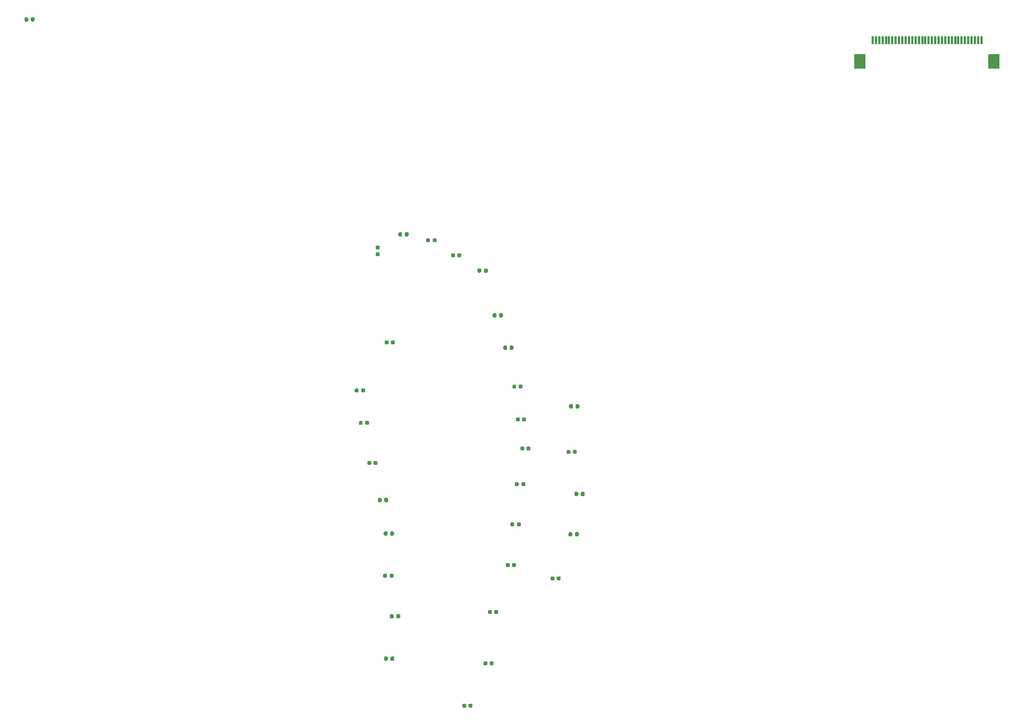
<source format=gbr>
G04 #@! TF.GenerationSoftware,KiCad,Pcbnew,(5.1.8)-1*
G04 #@! TF.CreationDate,2021-03-05T20:40:41-08:00*
G04 #@! TF.ProjectId,anglerfish,616e676c-6572-4666-9973-682e6b696361,rev?*
G04 #@! TF.SameCoordinates,Original*
G04 #@! TF.FileFunction,Paste,Bot*
G04 #@! TF.FilePolarity,Positive*
%FSLAX46Y46*%
G04 Gerber Fmt 4.6, Leading zero omitted, Abs format (unit mm)*
G04 Created by KiCad (PCBNEW (5.1.8)-1) date 2021-03-05 20:40:41*
%MOMM*%
%LPD*%
G01*
G04 APERTURE LIST*
%ADD10R,0.300000X1.300000*%
%ADD11R,1.800000X2.200000*%
G04 APERTURE END LIST*
G36*
G01*
X115290000Y-101872500D02*
X115290000Y-101527500D01*
G75*
G02*
X115437500Y-101380000I147500J0D01*
G01*
X115732500Y-101380000D01*
G75*
G02*
X115880000Y-101527500I0J-147500D01*
G01*
X115880000Y-101872500D01*
G75*
G02*
X115732500Y-102020000I-147500J0D01*
G01*
X115437500Y-102020000D01*
G75*
G02*
X115290000Y-101872500I0J147500D01*
G01*
G37*
G36*
G01*
X114320000Y-101872500D02*
X114320000Y-101527500D01*
G75*
G02*
X114467500Y-101380000I147500J0D01*
G01*
X114762500Y-101380000D01*
G75*
G02*
X114910000Y-101527500I0J-147500D01*
G01*
X114910000Y-101872500D01*
G75*
G02*
X114762500Y-102020000I-147500J0D01*
G01*
X114467500Y-102020000D01*
G75*
G02*
X114320000Y-101872500I0J147500D01*
G01*
G37*
G36*
G01*
X140475000Y-137672500D02*
X140475000Y-137327500D01*
G75*
G02*
X140622500Y-137180000I147500J0D01*
G01*
X140917500Y-137180000D01*
G75*
G02*
X141065000Y-137327500I0J-147500D01*
G01*
X141065000Y-137672500D01*
G75*
G02*
X140917500Y-137820000I-147500J0D01*
G01*
X140622500Y-137820000D01*
G75*
G02*
X140475000Y-137672500I0J147500D01*
G01*
G37*
G36*
G01*
X139505000Y-137672500D02*
X139505000Y-137327500D01*
G75*
G02*
X139652500Y-137180000I147500J0D01*
G01*
X139947500Y-137180000D01*
G75*
G02*
X140095000Y-137327500I0J-147500D01*
G01*
X140095000Y-137672500D01*
G75*
G02*
X139947500Y-137820000I-147500J0D01*
G01*
X139652500Y-137820000D01*
G75*
G02*
X139505000Y-137672500I0J147500D01*
G01*
G37*
G36*
G01*
X143190000Y-130972500D02*
X143190000Y-130627500D01*
G75*
G02*
X143337500Y-130480000I147500J0D01*
G01*
X143632500Y-130480000D01*
G75*
G02*
X143780000Y-130627500I0J-147500D01*
G01*
X143780000Y-130972500D01*
G75*
G02*
X143632500Y-131120000I-147500J0D01*
G01*
X143337500Y-131120000D01*
G75*
G02*
X143190000Y-130972500I0J147500D01*
G01*
G37*
G36*
G01*
X142220000Y-130972500D02*
X142220000Y-130627500D01*
G75*
G02*
X142367500Y-130480000I147500J0D01*
G01*
X142662500Y-130480000D01*
G75*
G02*
X142810000Y-130627500I0J-147500D01*
G01*
X142810000Y-130972500D01*
G75*
G02*
X142662500Y-131120000I-147500J0D01*
G01*
X142367500Y-131120000D01*
G75*
G02*
X142220000Y-130972500I0J147500D01*
G01*
G37*
G36*
G01*
X144090000Y-124872500D02*
X144090000Y-124527500D01*
G75*
G02*
X144237500Y-124380000I147500J0D01*
G01*
X144532500Y-124380000D01*
G75*
G02*
X144680000Y-124527500I0J-147500D01*
G01*
X144680000Y-124872500D01*
G75*
G02*
X144532500Y-125020000I-147500J0D01*
G01*
X144237500Y-125020000D01*
G75*
G02*
X144090000Y-124872500I0J147500D01*
G01*
G37*
G36*
G01*
X143120000Y-124872500D02*
X143120000Y-124527500D01*
G75*
G02*
X143267500Y-124380000I147500J0D01*
G01*
X143562500Y-124380000D01*
G75*
G02*
X143710000Y-124527500I0J-147500D01*
G01*
X143710000Y-124872500D01*
G75*
G02*
X143562500Y-125020000I-147500J0D01*
G01*
X143267500Y-125020000D01*
G75*
G02*
X143120000Y-124872500I0J147500D01*
G01*
G37*
G36*
G01*
X142890000Y-118472500D02*
X142890000Y-118127500D01*
G75*
G02*
X143037500Y-117980000I147500J0D01*
G01*
X143332500Y-117980000D01*
G75*
G02*
X143480000Y-118127500I0J-147500D01*
G01*
X143480000Y-118472500D01*
G75*
G02*
X143332500Y-118620000I-147500J0D01*
G01*
X143037500Y-118620000D01*
G75*
G02*
X142890000Y-118472500I0J147500D01*
G01*
G37*
G36*
G01*
X141920000Y-118472500D02*
X141920000Y-118127500D01*
G75*
G02*
X142067500Y-117980000I147500J0D01*
G01*
X142362500Y-117980000D01*
G75*
G02*
X142510000Y-118127500I0J-147500D01*
G01*
X142510000Y-118472500D01*
G75*
G02*
X142362500Y-118620000I-147500J0D01*
G01*
X142067500Y-118620000D01*
G75*
G02*
X141920000Y-118472500I0J147500D01*
G01*
G37*
G36*
G01*
X143290000Y-111572500D02*
X143290000Y-111227500D01*
G75*
G02*
X143437500Y-111080000I147500J0D01*
G01*
X143732500Y-111080000D01*
G75*
G02*
X143880000Y-111227500I0J-147500D01*
G01*
X143880000Y-111572500D01*
G75*
G02*
X143732500Y-111720000I-147500J0D01*
G01*
X143437500Y-111720000D01*
G75*
G02*
X143290000Y-111572500I0J147500D01*
G01*
G37*
G36*
G01*
X142320000Y-111572500D02*
X142320000Y-111227500D01*
G75*
G02*
X142467500Y-111080000I147500J0D01*
G01*
X142762500Y-111080000D01*
G75*
G02*
X142910000Y-111227500I0J-147500D01*
G01*
X142910000Y-111572500D01*
G75*
G02*
X142762500Y-111720000I-147500J0D01*
G01*
X142467500Y-111720000D01*
G75*
G02*
X142320000Y-111572500I0J147500D01*
G01*
G37*
G36*
G01*
X110790000Y-109172500D02*
X110790000Y-108827500D01*
G75*
G02*
X110937500Y-108680000I147500J0D01*
G01*
X111232500Y-108680000D01*
G75*
G02*
X111380000Y-108827500I0J-147500D01*
G01*
X111380000Y-109172500D01*
G75*
G02*
X111232500Y-109320000I-147500J0D01*
G01*
X110937500Y-109320000D01*
G75*
G02*
X110790000Y-109172500I0J147500D01*
G01*
G37*
G36*
G01*
X109820000Y-109172500D02*
X109820000Y-108827500D01*
G75*
G02*
X109967500Y-108680000I147500J0D01*
G01*
X110262500Y-108680000D01*
G75*
G02*
X110410000Y-108827500I0J-147500D01*
G01*
X110410000Y-109172500D01*
G75*
G02*
X110262500Y-109320000I-147500J0D01*
G01*
X109967500Y-109320000D01*
G75*
G02*
X109820000Y-109172500I0J147500D01*
G01*
G37*
G36*
G01*
X111390000Y-114072500D02*
X111390000Y-113727500D01*
G75*
G02*
X111537500Y-113580000I147500J0D01*
G01*
X111832500Y-113580000D01*
G75*
G02*
X111980000Y-113727500I0J-147500D01*
G01*
X111980000Y-114072500D01*
G75*
G02*
X111832500Y-114220000I-147500J0D01*
G01*
X111537500Y-114220000D01*
G75*
G02*
X111390000Y-114072500I0J147500D01*
G01*
G37*
G36*
G01*
X110420000Y-114072500D02*
X110420000Y-113727500D01*
G75*
G02*
X110567500Y-113580000I147500J0D01*
G01*
X110862500Y-113580000D01*
G75*
G02*
X111010000Y-113727500I0J-147500D01*
G01*
X111010000Y-114072500D01*
G75*
G02*
X110862500Y-114220000I-147500J0D01*
G01*
X110567500Y-114220000D01*
G75*
G02*
X110420000Y-114072500I0J147500D01*
G01*
G37*
G36*
G01*
X112690000Y-120172500D02*
X112690000Y-119827500D01*
G75*
G02*
X112837500Y-119680000I147500J0D01*
G01*
X113132500Y-119680000D01*
G75*
G02*
X113280000Y-119827500I0J-147500D01*
G01*
X113280000Y-120172500D01*
G75*
G02*
X113132500Y-120320000I-147500J0D01*
G01*
X112837500Y-120320000D01*
G75*
G02*
X112690000Y-120172500I0J147500D01*
G01*
G37*
G36*
G01*
X111720000Y-120172500D02*
X111720000Y-119827500D01*
G75*
G02*
X111867500Y-119680000I147500J0D01*
G01*
X112162500Y-119680000D01*
G75*
G02*
X112310000Y-119827500I0J-147500D01*
G01*
X112310000Y-120172500D01*
G75*
G02*
X112162500Y-120320000I-147500J0D01*
G01*
X111867500Y-120320000D01*
G75*
G02*
X111720000Y-120172500I0J147500D01*
G01*
G37*
G36*
G01*
X114290000Y-125772500D02*
X114290000Y-125427500D01*
G75*
G02*
X114437500Y-125280000I147500J0D01*
G01*
X114732500Y-125280000D01*
G75*
G02*
X114880000Y-125427500I0J-147500D01*
G01*
X114880000Y-125772500D01*
G75*
G02*
X114732500Y-125920000I-147500J0D01*
G01*
X114437500Y-125920000D01*
G75*
G02*
X114290000Y-125772500I0J147500D01*
G01*
G37*
G36*
G01*
X113320000Y-125772500D02*
X113320000Y-125427500D01*
G75*
G02*
X113467500Y-125280000I147500J0D01*
G01*
X113762500Y-125280000D01*
G75*
G02*
X113910000Y-125427500I0J-147500D01*
G01*
X113910000Y-125772500D01*
G75*
G02*
X113762500Y-125920000I-147500J0D01*
G01*
X113467500Y-125920000D01*
G75*
G02*
X113320000Y-125772500I0J147500D01*
G01*
G37*
G36*
G01*
X115190000Y-130872500D02*
X115190000Y-130527500D01*
G75*
G02*
X115337500Y-130380000I147500J0D01*
G01*
X115632500Y-130380000D01*
G75*
G02*
X115780000Y-130527500I0J-147500D01*
G01*
X115780000Y-130872500D01*
G75*
G02*
X115632500Y-131020000I-147500J0D01*
G01*
X115337500Y-131020000D01*
G75*
G02*
X115190000Y-130872500I0J147500D01*
G01*
G37*
G36*
G01*
X114220000Y-130872500D02*
X114220000Y-130527500D01*
G75*
G02*
X114367500Y-130380000I147500J0D01*
G01*
X114662500Y-130380000D01*
G75*
G02*
X114810000Y-130527500I0J-147500D01*
G01*
X114810000Y-130872500D01*
G75*
G02*
X114662500Y-131020000I-147500J0D01*
G01*
X114367500Y-131020000D01*
G75*
G02*
X114220000Y-130872500I0J147500D01*
G01*
G37*
G36*
G01*
X115090000Y-137272500D02*
X115090000Y-136927500D01*
G75*
G02*
X115237500Y-136780000I147500J0D01*
G01*
X115532500Y-136780000D01*
G75*
G02*
X115680000Y-136927500I0J-147500D01*
G01*
X115680000Y-137272500D01*
G75*
G02*
X115532500Y-137420000I-147500J0D01*
G01*
X115237500Y-137420000D01*
G75*
G02*
X115090000Y-137272500I0J147500D01*
G01*
G37*
G36*
G01*
X114120000Y-137272500D02*
X114120000Y-136927500D01*
G75*
G02*
X114267500Y-136780000I147500J0D01*
G01*
X114562500Y-136780000D01*
G75*
G02*
X114710000Y-136927500I0J-147500D01*
G01*
X114710000Y-137272500D01*
G75*
G02*
X114562500Y-137420000I-147500J0D01*
G01*
X114267500Y-137420000D01*
G75*
G02*
X114120000Y-137272500I0J147500D01*
G01*
G37*
G36*
G01*
X116100000Y-143422500D02*
X116100000Y-143077500D01*
G75*
G02*
X116247500Y-142930000I147500J0D01*
G01*
X116542500Y-142930000D01*
G75*
G02*
X116690000Y-143077500I0J-147500D01*
G01*
X116690000Y-143422500D01*
G75*
G02*
X116542500Y-143570000I-147500J0D01*
G01*
X116247500Y-143570000D01*
G75*
G02*
X116100000Y-143422500I0J147500D01*
G01*
G37*
G36*
G01*
X115130000Y-143422500D02*
X115130000Y-143077500D01*
G75*
G02*
X115277500Y-142930000I147500J0D01*
G01*
X115572500Y-142930000D01*
G75*
G02*
X115720000Y-143077500I0J-147500D01*
G01*
X115720000Y-143422500D01*
G75*
G02*
X115572500Y-143570000I-147500J0D01*
G01*
X115277500Y-143570000D01*
G75*
G02*
X115130000Y-143422500I0J147500D01*
G01*
G37*
G36*
G01*
X115220000Y-149852500D02*
X115220000Y-149507500D01*
G75*
G02*
X115367500Y-149360000I147500J0D01*
G01*
X115662500Y-149360000D01*
G75*
G02*
X115810000Y-149507500I0J-147500D01*
G01*
X115810000Y-149852500D01*
G75*
G02*
X115662500Y-150000000I-147500J0D01*
G01*
X115367500Y-150000000D01*
G75*
G02*
X115220000Y-149852500I0J147500D01*
G01*
G37*
G36*
G01*
X114250000Y-149852500D02*
X114250000Y-149507500D01*
G75*
G02*
X114397500Y-149360000I147500J0D01*
G01*
X114692500Y-149360000D01*
G75*
G02*
X114840000Y-149507500I0J-147500D01*
G01*
X114840000Y-149852500D01*
G75*
G02*
X114692500Y-150000000I-147500J0D01*
G01*
X114397500Y-150000000D01*
G75*
G02*
X114250000Y-149852500I0J147500D01*
G01*
G37*
G36*
G01*
X127090000Y-156972500D02*
X127090000Y-156627500D01*
G75*
G02*
X127237500Y-156480000I147500J0D01*
G01*
X127532500Y-156480000D01*
G75*
G02*
X127680000Y-156627500I0J-147500D01*
G01*
X127680000Y-156972500D01*
G75*
G02*
X127532500Y-157120000I-147500J0D01*
G01*
X127237500Y-157120000D01*
G75*
G02*
X127090000Y-156972500I0J147500D01*
G01*
G37*
G36*
G01*
X126120000Y-156972500D02*
X126120000Y-156627500D01*
G75*
G02*
X126267500Y-156480000I147500J0D01*
G01*
X126562500Y-156480000D01*
G75*
G02*
X126710000Y-156627500I0J-147500D01*
G01*
X126710000Y-156972500D01*
G75*
G02*
X126562500Y-157120000I-147500J0D01*
G01*
X126267500Y-157120000D01*
G75*
G02*
X126120000Y-156972500I0J147500D01*
G01*
G37*
G36*
G01*
X130290000Y-150572500D02*
X130290000Y-150227500D01*
G75*
G02*
X130437500Y-150080000I147500J0D01*
G01*
X130732500Y-150080000D01*
G75*
G02*
X130880000Y-150227500I0J-147500D01*
G01*
X130880000Y-150572500D01*
G75*
G02*
X130732500Y-150720000I-147500J0D01*
G01*
X130437500Y-150720000D01*
G75*
G02*
X130290000Y-150572500I0J147500D01*
G01*
G37*
G36*
G01*
X129320000Y-150572500D02*
X129320000Y-150227500D01*
G75*
G02*
X129467500Y-150080000I147500J0D01*
G01*
X129762500Y-150080000D01*
G75*
G02*
X129910000Y-150227500I0J-147500D01*
G01*
X129910000Y-150572500D01*
G75*
G02*
X129762500Y-150720000I-147500J0D01*
G01*
X129467500Y-150720000D01*
G75*
G02*
X129320000Y-150572500I0J147500D01*
G01*
G37*
G36*
G01*
X130990000Y-142772500D02*
X130990000Y-142427500D01*
G75*
G02*
X131137500Y-142280000I147500J0D01*
G01*
X131432500Y-142280000D01*
G75*
G02*
X131580000Y-142427500I0J-147500D01*
G01*
X131580000Y-142772500D01*
G75*
G02*
X131432500Y-142920000I-147500J0D01*
G01*
X131137500Y-142920000D01*
G75*
G02*
X130990000Y-142772500I0J147500D01*
G01*
G37*
G36*
G01*
X130020000Y-142772500D02*
X130020000Y-142427500D01*
G75*
G02*
X130167500Y-142280000I147500J0D01*
G01*
X130462500Y-142280000D01*
G75*
G02*
X130610000Y-142427500I0J-147500D01*
G01*
X130610000Y-142772500D01*
G75*
G02*
X130462500Y-142920000I-147500J0D01*
G01*
X130167500Y-142920000D01*
G75*
G02*
X130020000Y-142772500I0J147500D01*
G01*
G37*
G36*
G01*
X133675000Y-135672500D02*
X133675000Y-135327500D01*
G75*
G02*
X133822500Y-135180000I147500J0D01*
G01*
X134117500Y-135180000D01*
G75*
G02*
X134265000Y-135327500I0J-147500D01*
G01*
X134265000Y-135672500D01*
G75*
G02*
X134117500Y-135820000I-147500J0D01*
G01*
X133822500Y-135820000D01*
G75*
G02*
X133675000Y-135672500I0J147500D01*
G01*
G37*
G36*
G01*
X132705000Y-135672500D02*
X132705000Y-135327500D01*
G75*
G02*
X132852500Y-135180000I147500J0D01*
G01*
X133147500Y-135180000D01*
G75*
G02*
X133295000Y-135327500I0J-147500D01*
G01*
X133295000Y-135672500D01*
G75*
G02*
X133147500Y-135820000I-147500J0D01*
G01*
X132852500Y-135820000D01*
G75*
G02*
X132705000Y-135672500I0J147500D01*
G01*
G37*
G36*
G01*
X134390000Y-129472500D02*
X134390000Y-129127500D01*
G75*
G02*
X134537500Y-128980000I147500J0D01*
G01*
X134832500Y-128980000D01*
G75*
G02*
X134980000Y-129127500I0J-147500D01*
G01*
X134980000Y-129472500D01*
G75*
G02*
X134832500Y-129620000I-147500J0D01*
G01*
X134537500Y-129620000D01*
G75*
G02*
X134390000Y-129472500I0J147500D01*
G01*
G37*
G36*
G01*
X133420000Y-129472500D02*
X133420000Y-129127500D01*
G75*
G02*
X133567500Y-128980000I147500J0D01*
G01*
X133862500Y-128980000D01*
G75*
G02*
X134010000Y-129127500I0J-147500D01*
G01*
X134010000Y-129472500D01*
G75*
G02*
X133862500Y-129620000I-147500J0D01*
G01*
X133567500Y-129620000D01*
G75*
G02*
X133420000Y-129472500I0J147500D01*
G01*
G37*
G36*
G01*
X135090000Y-123372500D02*
X135090000Y-123027500D01*
G75*
G02*
X135237500Y-122880000I147500J0D01*
G01*
X135532500Y-122880000D01*
G75*
G02*
X135680000Y-123027500I0J-147500D01*
G01*
X135680000Y-123372500D01*
G75*
G02*
X135532500Y-123520000I-147500J0D01*
G01*
X135237500Y-123520000D01*
G75*
G02*
X135090000Y-123372500I0J147500D01*
G01*
G37*
G36*
G01*
X134120000Y-123372500D02*
X134120000Y-123027500D01*
G75*
G02*
X134267500Y-122880000I147500J0D01*
G01*
X134562500Y-122880000D01*
G75*
G02*
X134710000Y-123027500I0J-147500D01*
G01*
X134710000Y-123372500D01*
G75*
G02*
X134562500Y-123520000I-147500J0D01*
G01*
X134267500Y-123520000D01*
G75*
G02*
X134120000Y-123372500I0J147500D01*
G01*
G37*
G36*
G01*
X135890000Y-117972500D02*
X135890000Y-117627500D01*
G75*
G02*
X136037500Y-117480000I147500J0D01*
G01*
X136332500Y-117480000D01*
G75*
G02*
X136480000Y-117627500I0J-147500D01*
G01*
X136480000Y-117972500D01*
G75*
G02*
X136332500Y-118120000I-147500J0D01*
G01*
X136037500Y-118120000D01*
G75*
G02*
X135890000Y-117972500I0J147500D01*
G01*
G37*
G36*
G01*
X134920000Y-117972500D02*
X134920000Y-117627500D01*
G75*
G02*
X135067500Y-117480000I147500J0D01*
G01*
X135362500Y-117480000D01*
G75*
G02*
X135510000Y-117627500I0J-147500D01*
G01*
X135510000Y-117972500D01*
G75*
G02*
X135362500Y-118120000I-147500J0D01*
G01*
X135067500Y-118120000D01*
G75*
G02*
X134920000Y-117972500I0J147500D01*
G01*
G37*
G36*
G01*
X135205000Y-113572500D02*
X135205000Y-113227500D01*
G75*
G02*
X135352500Y-113080000I147500J0D01*
G01*
X135647500Y-113080000D01*
G75*
G02*
X135795000Y-113227500I0J-147500D01*
G01*
X135795000Y-113572500D01*
G75*
G02*
X135647500Y-113720000I-147500J0D01*
G01*
X135352500Y-113720000D01*
G75*
G02*
X135205000Y-113572500I0J147500D01*
G01*
G37*
G36*
G01*
X134235000Y-113572500D02*
X134235000Y-113227500D01*
G75*
G02*
X134382500Y-113080000I147500J0D01*
G01*
X134677500Y-113080000D01*
G75*
G02*
X134825000Y-113227500I0J-147500D01*
G01*
X134825000Y-113572500D01*
G75*
G02*
X134677500Y-113720000I-147500J0D01*
G01*
X134382500Y-113720000D01*
G75*
G02*
X134235000Y-113572500I0J147500D01*
G01*
G37*
G36*
G01*
X134675000Y-108572500D02*
X134675000Y-108227500D01*
G75*
G02*
X134822500Y-108080000I147500J0D01*
G01*
X135117500Y-108080000D01*
G75*
G02*
X135265000Y-108227500I0J-147500D01*
G01*
X135265000Y-108572500D01*
G75*
G02*
X135117500Y-108720000I-147500J0D01*
G01*
X134822500Y-108720000D01*
G75*
G02*
X134675000Y-108572500I0J147500D01*
G01*
G37*
G36*
G01*
X133705000Y-108572500D02*
X133705000Y-108227500D01*
G75*
G02*
X133852500Y-108080000I147500J0D01*
G01*
X134147500Y-108080000D01*
G75*
G02*
X134295000Y-108227500I0J-147500D01*
G01*
X134295000Y-108572500D01*
G75*
G02*
X134147500Y-108720000I-147500J0D01*
G01*
X133852500Y-108720000D01*
G75*
G02*
X133705000Y-108572500I0J147500D01*
G01*
G37*
G36*
G01*
X133290000Y-102672500D02*
X133290000Y-102327500D01*
G75*
G02*
X133437500Y-102180000I147500J0D01*
G01*
X133732500Y-102180000D01*
G75*
G02*
X133880000Y-102327500I0J-147500D01*
G01*
X133880000Y-102672500D01*
G75*
G02*
X133732500Y-102820000I-147500J0D01*
G01*
X133437500Y-102820000D01*
G75*
G02*
X133290000Y-102672500I0J147500D01*
G01*
G37*
G36*
G01*
X132320000Y-102672500D02*
X132320000Y-102327500D01*
G75*
G02*
X132467500Y-102180000I147500J0D01*
G01*
X132762500Y-102180000D01*
G75*
G02*
X132910000Y-102327500I0J-147500D01*
G01*
X132910000Y-102672500D01*
G75*
G02*
X132762500Y-102820000I-147500J0D01*
G01*
X132467500Y-102820000D01*
G75*
G02*
X132320000Y-102672500I0J147500D01*
G01*
G37*
G36*
G01*
X131690000Y-97772500D02*
X131690000Y-97427500D01*
G75*
G02*
X131837500Y-97280000I147500J0D01*
G01*
X132132500Y-97280000D01*
G75*
G02*
X132280000Y-97427500I0J-147500D01*
G01*
X132280000Y-97772500D01*
G75*
G02*
X132132500Y-97920000I-147500J0D01*
G01*
X131837500Y-97920000D01*
G75*
G02*
X131690000Y-97772500I0J147500D01*
G01*
G37*
G36*
G01*
X130720000Y-97772500D02*
X130720000Y-97427500D01*
G75*
G02*
X130867500Y-97280000I147500J0D01*
G01*
X131162500Y-97280000D01*
G75*
G02*
X131310000Y-97427500I0J-147500D01*
G01*
X131310000Y-97772500D01*
G75*
G02*
X131162500Y-97920000I-147500J0D01*
G01*
X130867500Y-97920000D01*
G75*
G02*
X130720000Y-97772500I0J147500D01*
G01*
G37*
G36*
G01*
X129390000Y-90972500D02*
X129390000Y-90627500D01*
G75*
G02*
X129537500Y-90480000I147500J0D01*
G01*
X129832500Y-90480000D01*
G75*
G02*
X129980000Y-90627500I0J-147500D01*
G01*
X129980000Y-90972500D01*
G75*
G02*
X129832500Y-91120000I-147500J0D01*
G01*
X129537500Y-91120000D01*
G75*
G02*
X129390000Y-90972500I0J147500D01*
G01*
G37*
G36*
G01*
X128420000Y-90972500D02*
X128420000Y-90627500D01*
G75*
G02*
X128567500Y-90480000I147500J0D01*
G01*
X128862500Y-90480000D01*
G75*
G02*
X129010000Y-90627500I0J-147500D01*
G01*
X129010000Y-90972500D01*
G75*
G02*
X128862500Y-91120000I-147500J0D01*
G01*
X128567500Y-91120000D01*
G75*
G02*
X128420000Y-90972500I0J147500D01*
G01*
G37*
G36*
G01*
X125390000Y-88672500D02*
X125390000Y-88327500D01*
G75*
G02*
X125537500Y-88180000I147500J0D01*
G01*
X125832500Y-88180000D01*
G75*
G02*
X125980000Y-88327500I0J-147500D01*
G01*
X125980000Y-88672500D01*
G75*
G02*
X125832500Y-88820000I-147500J0D01*
G01*
X125537500Y-88820000D01*
G75*
G02*
X125390000Y-88672500I0J147500D01*
G01*
G37*
G36*
G01*
X124420000Y-88672500D02*
X124420000Y-88327500D01*
G75*
G02*
X124567500Y-88180000I147500J0D01*
G01*
X124862500Y-88180000D01*
G75*
G02*
X125010000Y-88327500I0J-147500D01*
G01*
X125010000Y-88672500D01*
G75*
G02*
X124862500Y-88820000I-147500J0D01*
G01*
X124567500Y-88820000D01*
G75*
G02*
X124420000Y-88672500I0J147500D01*
G01*
G37*
G36*
G01*
X121605000Y-86372500D02*
X121605000Y-86027500D01*
G75*
G02*
X121752500Y-85880000I147500J0D01*
G01*
X122047500Y-85880000D01*
G75*
G02*
X122195000Y-86027500I0J-147500D01*
G01*
X122195000Y-86372500D01*
G75*
G02*
X122047500Y-86520000I-147500J0D01*
G01*
X121752500Y-86520000D01*
G75*
G02*
X121605000Y-86372500I0J147500D01*
G01*
G37*
G36*
G01*
X120635000Y-86372500D02*
X120635000Y-86027500D01*
G75*
G02*
X120782500Y-85880000I147500J0D01*
G01*
X121077500Y-85880000D01*
G75*
G02*
X121225000Y-86027500I0J-147500D01*
G01*
X121225000Y-86372500D01*
G75*
G02*
X121077500Y-86520000I-147500J0D01*
G01*
X120782500Y-86520000D01*
G75*
G02*
X120635000Y-86372500I0J147500D01*
G01*
G37*
G36*
G01*
X117390000Y-85472500D02*
X117390000Y-85127500D01*
G75*
G02*
X117537500Y-84980000I147500J0D01*
G01*
X117832500Y-84980000D01*
G75*
G02*
X117980000Y-85127500I0J-147500D01*
G01*
X117980000Y-85472500D01*
G75*
G02*
X117832500Y-85620000I-147500J0D01*
G01*
X117537500Y-85620000D01*
G75*
G02*
X117390000Y-85472500I0J147500D01*
G01*
G37*
G36*
G01*
X116420000Y-85472500D02*
X116420000Y-85127500D01*
G75*
G02*
X116567500Y-84980000I147500J0D01*
G01*
X116862500Y-84980000D01*
G75*
G02*
X117010000Y-85127500I0J-147500D01*
G01*
X117010000Y-85472500D01*
G75*
G02*
X116862500Y-85620000I-147500J0D01*
G01*
X116567500Y-85620000D01*
G75*
G02*
X116420000Y-85472500I0J147500D01*
G01*
G37*
G36*
G01*
X60690000Y-52872500D02*
X60690000Y-52527500D01*
G75*
G02*
X60837500Y-52380000I147500J0D01*
G01*
X61132500Y-52380000D01*
G75*
G02*
X61280000Y-52527500I0J-147500D01*
G01*
X61280000Y-52872500D01*
G75*
G02*
X61132500Y-53020000I-147500J0D01*
G01*
X60837500Y-53020000D01*
G75*
G02*
X60690000Y-52872500I0J147500D01*
G01*
G37*
G36*
G01*
X59720000Y-52872500D02*
X59720000Y-52527500D01*
G75*
G02*
X59867500Y-52380000I147500J0D01*
G01*
X60162500Y-52380000D01*
G75*
G02*
X60310000Y-52527500I0J-147500D01*
G01*
X60310000Y-52872500D01*
G75*
G02*
X60162500Y-53020000I-147500J0D01*
G01*
X59867500Y-53020000D01*
G75*
G02*
X59720000Y-52872500I0J147500D01*
G01*
G37*
D10*
X188350000Y-55850000D03*
X188850000Y-55850000D03*
X189350000Y-55850000D03*
X189850000Y-55850000D03*
X190350000Y-55850000D03*
X190850000Y-55850000D03*
X191350000Y-55850000D03*
X191850000Y-55850000D03*
X192350000Y-55850000D03*
X192850000Y-55850000D03*
X193350000Y-55850000D03*
X193850000Y-55850000D03*
X194350000Y-55850000D03*
X194850000Y-55850000D03*
X195350000Y-55850000D03*
X195850000Y-55850000D03*
X196350000Y-55850000D03*
X196850000Y-55850000D03*
X197350000Y-55850000D03*
X197850000Y-55850000D03*
X198350000Y-55850000D03*
X198850000Y-55850000D03*
X199350000Y-55850000D03*
X199850000Y-55850000D03*
X200350000Y-55850000D03*
X200850000Y-55850000D03*
X201350000Y-55850000D03*
X201850000Y-55850000D03*
X202350000Y-55850000D03*
X202850000Y-55850000D03*
X203350000Y-55850000D03*
X203850000Y-55850000D03*
X204350000Y-55850000D03*
X204850000Y-55850000D03*
D11*
X206750000Y-59100000D03*
X186450000Y-59100000D03*
G36*
G01*
X113472500Y-87625000D02*
X113127500Y-87625000D01*
G75*
G02*
X112980000Y-87477500I0J147500D01*
G01*
X112980000Y-87182500D01*
G75*
G02*
X113127500Y-87035000I147500J0D01*
G01*
X113472500Y-87035000D01*
G75*
G02*
X113620000Y-87182500I0J-147500D01*
G01*
X113620000Y-87477500D01*
G75*
G02*
X113472500Y-87625000I-147500J0D01*
G01*
G37*
G36*
G01*
X113472500Y-88595000D02*
X113127500Y-88595000D01*
G75*
G02*
X112980000Y-88447500I0J147500D01*
G01*
X112980000Y-88152500D01*
G75*
G02*
X113127500Y-88005000I147500J0D01*
G01*
X113472500Y-88005000D01*
G75*
G02*
X113620000Y-88152500I0J-147500D01*
G01*
X113620000Y-88447500D01*
G75*
G02*
X113472500Y-88595000I-147500J0D01*
G01*
G37*
M02*

</source>
